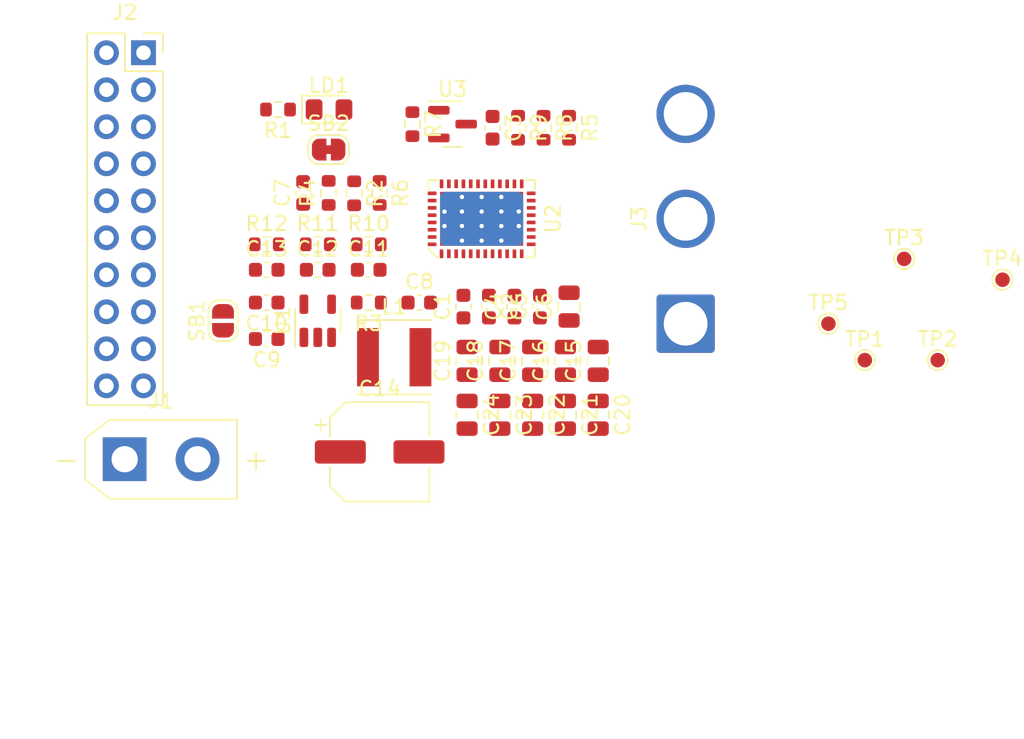
<source format=kicad_pcb>
(kicad_pcb (version 20221018) (generator pcbnew)
  (layers (0 "F.Cu" signal) (31 "B.Cu" signal) (34 "B.Paste" user) (35 "F.Paste" user) (36 "B.SilkS" user "B.Silkscreen") (37 "F.SilkS" user "F.Silkscreen") (38 "B.Mask" user) (39 "F.Mask" user) (44 "Edge.Cuts" user))
  (net 0 "")
  (net 1 "Vdrive")
  (net 2 "GND")
  (net 3 "SO_A")
  (net 4 "SO_B")
  (net 5 "SO_C")
  (net 6 "VDD")
  (net 7 "VCC")
  (net 8 "PWM_H_A")
  (net 9 "PWM_L_A")
  (net 10 "PWM_H_B")
  (net 11 "PWM_L_B")
  (net 12 "PWM_H_C")
  (net 13 "PWM_L_C")
  (net 14 "DRVOFF")
  (net 15 "~{FAULT}")
  (net 16 "SPI_MOSI")
  (net 17 "SPI_MISO")
  (net 18 "SPI_SCLK")
  (net 19 "SPI_~{CS}")
  (net 20 "/OUT_A")
  (net 21 "/OUT_B")
  (net 22 "/OUT_C")
  (net 23 "Net-(U2-CPL)")
  (net 24 "~{SLEEP}")
  (net 25 "Net-(U2-CPH)")
  (net 26 "Net-(R8-Pad2)")
  (net 27 "Net-(U2-CP)")
  (net 28 "Net-(SB2-A)")
  (net 29 "Net-(SB1-A)")
  (net 30 "Net-(U2-SW_BK)")
  (net 31 "Net-(LD1-K)")
  (net 32 "Net-(U3-K)")
  (net 33 "Net-(U2-SOA)")
  (net 34 "Net-(U2-SOB)")
  (net 35 "Net-(U2-SOC)")
  (footprint "Capacitor_SMD:C_0805_2012Metric" (layer "F.Cu") (at 156.5 125.95 -90)
    (fp_text reference "C24" (at 0 -1.68 90) (layer "F.SilkS"))
    (fp_text value "22uF/50V")
    (fp_line (start -0.261252 -0.735) (end 0.261252 -0.735) (stroke (width 0.12)) (layer "F.SilkS"))
    (fp_line (start -0.261252 0.735) (end 0.261252 0.735) (stroke (width 0.12)) (layer "F.SilkS"))
    (pad "1" smd roundrect (at -0.95 0 270) (size 1 1.45) (layers "F.Cu" "F.Paste" "F.Mask") (net 1 "Vdrive"))
    (pad "2" smd roundrect (at 0.95 0 270) (size 1 1.45) (layers "F.Cu" "F.Paste" "F.Mask") (net 2 "GND"))
  )
  (footprint "Resistor_SMD:R_0603_1608Metric" (layer "F.Cu") (at 150.5 110.725 -90)
    (fp_text reference "R6" (at 0 -1.43 90) (layer "F.SilkS"))
    (fp_text value "10k")
    (fp_line (start -0.237258 -0.5225) (end 0.237258 -0.5225) (stroke (width 0.12)) (layer "F.SilkS"))
    (fp_line (start -0.237258 0.5225) (end 0.237258 0.5225) (stroke (width 0.12)) (layer "F.SilkS"))
    (pad "1" smd roundrect (at -0.825 0 270) (size 0.8 0.95) (layers "F.Cu" "F.Paste" "F.Mask") (net 7 "VCC"))
    (pad "2" smd roundrect (at 0.825 0 270) (size 0.8 0.95) (layers "F.Cu" "F.Paste" "F.Mask") (net 17 "SPI_MISO"))
  )
  (footprint "Capacitor_SMD:C_0603_1608Metric" (layer "F.Cu") (at 158.25 106.25 -90)
    (fp_text reference "C3" (at 0 -1.43 90) (layer "F.SilkS"))
    (fp_text value "1uF/6.3V")
    (fp_line (start -0.14058 -0.51) (end 0.14058 -0.51) (stroke (width 0.12)) (layer "F.SilkS"))
    (fp_line (start -0.14058 0.51) (end 0.14058 0.51) (stroke (width 0.12)) (layer "F.SilkS"))
    (pad "1" smd roundrect (at -0.775 0 270) (size 0.9 0.95) (layers "F.Cu" "F.Paste" "F.Mask") (net 2 "GND"))
    (pad "2" smd roundrect (at 0.775 0 270) (size 0.9 0.95) (layers "F.Cu" "F.Paste" "F.Mask") (net 6 "VDD"))
  )
  (footprint "Resistor_SMD:R_0603_1608Metric" (layer "F.Cu") (at 148.75 110.75 -90)
    (fp_text reference "R2" (at 0 -1.43 90) (layer "F.SilkS"))
    (fp_text value "DNI")
    (fp_line (start -0.237258 -0.5225) (end 0.237258 -0.5225) (stroke (width 0.12)) (layer "F.SilkS"))
    (fp_line (start -0.237258 0.5225) (end 0.237258 0.5225) (stroke (width 0.12)) (layer "F.SilkS"))
    (pad "1" smd roundrect (at -0.825 0 270) (size 0.8 0.95) (layers "F.Cu" "F.Paste" "F.Mask") (net 6 "VDD"))
    (pad "2" smd roundrect (at 0.825 0 270) (size 0.8 0.95) (layers "F.Cu" "F.Paste" "F.Mask") (net 28 "Net-(SB2-A)"))
  )
  (footprint "Capacitor_SMD:C_0805_2012Metric" (layer "F.Cu") (at 165.5 122.25 90)
    (fp_text reference "C15" (at 0 -1.68 90) (layer "F.SilkS"))
    (fp_text value "22uF/50V")
    (fp_line (start -0.261252 -0.735) (end 0.261252 -0.735) (stroke (width 0.12)) (layer "F.SilkS"))
    (fp_line (start -0.261252 0.735) (end 0.261252 0.735) (stroke (width 0.12)) (layer "F.SilkS"))
    (pad "1" smd roundrect (at -0.95 0 90) (size 1 1.45) (layers "F.Cu" "F.Paste" "F.Mask") (net 1 "Vdrive"))
    (pad "2" smd roundrect (at 0.95 0 90) (size 1 1.45) (layers "F.Cu" "F.Paste" "F.Mask") (net 2 "GND"))
  )
  (footprint "Capacitor_SMD:CP_Elec_6.3x7.7" (layer "F.Cu") (at 150.5 128.5)
    (fp_text reference "C14" (at 0 -4.35) (layer "F.SilkS"))
    (fp_text value "47uF/50V")
    (fp_line (start -4.4375 -1.8475) (end -3.65 -1.8475) (stroke (width 0.12)) (layer "F.SilkS"))
    (fp_line (start -4.04375 -2.24125) (end -4.04375 -1.45375) (stroke (width 0.12)) (layer "F.SilkS"))
    (fp_line (start -3.41 -2.345563) (end -3.41 -1.06) (stroke (width 0.12)) (layer "F.SilkS"))
    (fp_line (start -3.41 -2.345563) (end -2.345563 -3.41) (stroke (width 0.12)) (layer "F.SilkS"))
    (fp_line (start -3.41 2.345563) (end -3.41 1.06) (stroke (width 0.12)) (layer "F.SilkS"))
    (fp_line (start -3.41 2.345563) (end -2.345563 3.41) (stroke (width 0.12)) (layer "F.SilkS"))
    (fp_line (start -2.345563 -3.41) (end 3.41 -3.41) (stroke (width 0.12)) (layer "F.SilkS"))
    (fp_line (start -2.345563 3.41) (end 3.41 3.41) (stroke (width 0.12)) (layer "F.SilkS"))
    (fp_line (start 3.41 -3.41) (end 3.41 -1.06) (stroke (width 0.12)) (layer "F.SilkS"))
    (fp_line (start 3.41 3.41) (end 3.41 1.06) (stroke (width 0.12)) (layer "F.SilkS"))
    (pad "1" smd roundrect (at -2.7 0) (size 3.5 1.6) (layers "F.Cu" "F.Paste" "F.Mask") (roundrect_rratio 0.15625) (net 1 "Vdrive"))
    (pad "2" smd roundrect (at 2.7 0) (size 3.5 1.6) (layers "F.Cu" "F.Paste" "F.Mask") (roundrect_rratio 0.15625) (net 2 "GND"))
  )
  (footprint "Connector_Wire:SolderWire-2.5sqmm_1x03_P7.2mm_D2.4mm_OD3.6mm" (layer "F.Cu") (at 171.5 119.7 90)
    (fp_text reference "J3" (at 7.2 -3.2 90) (layer "F.SilkS"))
    (fp_text value "Conn_01x03")
    (pad "1" thru_hole roundrect (at 0 0 90) (size 4 4) (drill 3) (layers "*.Cu" "*.Mask") (roundrect_rratio 0.0625) (net 20 "/OUT_A"))
    (pad "2" thru_hole circle (at 7.2 0 90) (size 4 4) (drill 3) (layers "*.Cu" "*.Mask") (net 21 "/OUT_B"))
    (pad "3" thru_hole circle (at 14.4 0 90) (size 4 4) (drill 3) (layers "*.Cu" "*.Mask") (net 22 "/OUT_C"))
  )
  (footprint "Capacitor_SMD:C_0603_1608Metric" (layer "F.Cu") (at 142.75 118.25 180)
    (fp_text reference "C10" (at 0 -1.43) (layer "F.SilkS"))
    (fp_text value "1uF")
    (fp_line (start -0.14058 -0.51) (end 0.14058 -0.51) (stroke (width 0.12)) (layer "F.SilkS"))
    (fp_line (start -0.14058 0.51) (end 0.14058 0.51) (stroke (width 0.12)) (layer "F.SilkS"))
    (pad "1" smd roundrect (at -0.775 0 180) (size 0.9 0.95) (layers "F.Cu" "F.Paste" "F.Mask") (net 7 "VCC"))
    (pad "2" smd roundrect (at 0.775 0 180) (size 0.9 0.95) (layers "F.Cu" "F.Paste" "F.Mask") (net 2 "GND"))
  )
  (footprint "TestPoint:TestPoint_Pad_D1.0mm" (layer "F.Cu") (at 193.25 116.68)
    (fp_text reference "TP4" (at 0 -1.448) (layer "F.SilkS"))
    (fp_text value "V_{CC}")
    (fp_circle (center 0 0) (end 0 0.7) (stroke (width 0.12)) (fill none) (layer "F.SilkS"))
    (pad "1" smd circle (at 0 0) (size 1 1) (layers "F.Cu" "F.Mask") (net 7 "VCC"))
  )
  (footprint "TestPoint:TestPoint_Pad_D1.0mm" (layer "F.Cu") (at 188.8 122.2)
    (fp_text reference "TP2" (at 0 -1.448) (layer "F.SilkS"))
    (fp_text value "V_{DR}")
    (fp_circle (center 0 0) (end 0 0.7) (stroke (width 0.12)) (fill none) (layer "F.SilkS"))
    (pad "1" smd circle (at 0 0) (size 1 1) (layers "F.Cu" "F.Mask") (net 1 "Vdrive"))
  )
  (footprint "Resistor_SMD:R_0603_1608Metric" (layer "F.Cu") (at 142.75 114.25)
    (fp_text reference "R12" (at 0 -1.43) (layer "F.SilkS"))
    (fp_text value "330R")
    (fp_line (start -0.237258 -0.5225) (end 0.237258 -0.5225) (stroke (width 0.12)) (layer "F.SilkS"))
    (fp_line (start -0.237258 0.5225) (end 0.237258 0.5225) (stroke (width 0.12)) (layer "F.SilkS"))
    (pad "1" smd roundrect (at -0.825 0) (size 0.8 0.95) (layers "F.Cu" "F.Paste" "F.Mask") (net 5 "SO_C"))
    (pad "2" smd roundrect (at 0.825 0) (size 0.8 0.95) (layers "F.Cu" "F.Paste" "F.Mask") (net 35 "Net-(U2-SOC)"))
  )
  (footprint "MountingHole:MountingHole_3.2mm_M3" (layer "F.Cu") (at 159.25 144.75)
    (fp_text reference "H1" hide)
    (fp_text value "MountingHole" hide)
    (pad "" np_thru_hole circle (at 0 0) (size 3.2 3.2) (drill 3.2) (layers "*.Cu" "*.Mask"))
  )
  (footprint "Capacitor_SMD:C_0805_2012Metric" (layer "F.Cu") (at 165.5 125.95 -90)
    (fp_text reference "C20" (at 0 -1.68 90) (layer "F.SilkS"))
    (fp_text value "22uF/50V")
    (fp_line (start -0.261252 -0.735) (end 0.261252 -0.735) (stroke (width 0.12)) (layer "F.SilkS"))
    (fp_line (start -0.261252 0.735) (end 0.261252 0.735) (stroke (width 0.12)) (layer "F.SilkS"))
    (pad "1" smd roundrect (at -0.95 0 270) (size 1 1.45) (layers "F.Cu" "F.Paste" "F.Mask") (net 1 "Vdrive"))
    (pad "2" smd roundrect (at 0.95 0 270) (size 1 1.45) (layers "F.Cu" "F.Paste" "F.Mask") (net 2 "GND"))
  )
  (footprint "Capacitor_SMD:C_0603_1608Metric" (layer "F.Cu") (at 156.25 118.525 90)
    (fp_text reference "C1" (at 0 -1.43 90) (layer "F.SilkS"))
    (fp_text value "47nF/50V")
    (fp_line (start -0.14058 -0.51) (end 0.14058 -0.51) (stroke (width 0.12)) (layer "F.SilkS"))
    (fp_line (start -0.14058 0.51) (end 0.14058 0.51) (stroke (width 0.12)) (layer "F.SilkS"))
    (pad "1" smd roundrect (at -0.775 0 90) (size 0.9 0.95) (layers "F.Cu" "F.Paste" "F.Mask") (net 23 "Net-(U2-CPL)"))
    (pad "2" smd roundrect (at 0.775 0 90) (size 0.9 0.95) (layers "F.Cu" "F.Paste" "F.Mask") (net 25 "Net-(U2-CPH)"))
  )
  (footprint "Resistor_SMD:R_0603_1608Metric" (layer "F.Cu") (at 152.75 106 -90)
    (fp_text reference "R7" (at 0 -1.43 90) (layer "F.SilkS"))
    (fp_text value "2.7k")
    (fp_line (start -0.237258 -0.5225) (end 0.237258 -0.5225) (stroke (width 0.12)) (layer "F.SilkS"))
    (fp_line (start -0.237258 0.5225) (end 0.237258 0.5225) (stroke (width 0.12)) (layer "F.SilkS"))
    (pad "1" smd roundrect (at -0.825 0 270) (size 0.8 0.95) (layers "F.Cu" "F.Paste" "F.Mask") (net 1 "Vdrive"))
    (pad "2" smd roundrect (at 0.825 0 270) (size 0.8 0.95) (layers "F.Cu" "F.Paste" "F.Mask") (net 32 "Net-(U3-K)"))
  )
  (footprint "Resistor_SMD:R_0603_1608Metric" (layer "F.Cu") (at 161.75 106.25 -90)
    (fp_text reference "R8" (at 0 -1.43 90) (layer "F.SilkS"))
    (fp_text value "10k")
    (fp_line (start -0.237258 -0.5225) (end 0.237258 -0.5225) (stroke (width 0.12)) (layer "F.SilkS"))
    (fp_line (start -0.237258 0.5225) (end 0.237258 0.5225) (stroke (width 0.12)) (layer "F.SilkS"))
    (pad "1" smd roundrect (at -0.825 0 270) (size 0.8 0.95) (layers "F.Cu" "F.Paste" "F.Mask") (net 32 "Net-(U3-K)"))
    (pad "2" smd roundrect (at 0.825 0 270) (size 0.8 0.95) (layers "F.Cu" "F.Paste" "F.Mask") (net 26 "Net-(R8-Pad2)"))
  )
  (footprint "Capacitor_SMD:C_0603_1608Metric" (layer "F.Cu") (at 153.225 118.25)
    (fp_text reference "C8" (at 0 -1.43) (layer "F.SilkS"))
    (fp_text value "22uF")
    (fp_line (start -0.14058 -0.51) (end 0.14058 -0.51) (stroke (width 0.12)) (layer "F.SilkS"))
    (fp_line (start -0.14058 0.51) (end 0.14058 0.51) (stroke (width 0.12)) (layer "F.SilkS"))
    (pad "1" smd roundrect (at -0.775 0) (size 0.9 0.95) (layers "F.Cu" "F.Paste" "F.Mask") (net 2 "GND"))
    (pad "2" smd roundrect (at 0.775 0) (size 0.9 0.95) (layers "F.Cu" "F.Paste" "F.Mask") (net 29 "Net-(SB1-A)"))
  )
  (footprint "Capacitor_SMD:C_0603_1608Metric" (layer "F.Cu") (at 142.75 116)
    (fp_text reference "C13" (at 0 -1.43) (layer "F.SilkS"))
    (fp_text value "22pF")
    (fp_line (start -0.14058 -0.51) (end 0.14058 -0.51) (stroke (width 0.12)) (layer "F.SilkS"))
    (fp_line (start -0.14058 0.51) (end 0.14058 0.51) (stroke (width 0.12)) (layer "F.SilkS"))
    (pad "1" smd roundrect (at -0.775 0) (size 0.9 0.95) (layers "F.Cu" "F.Paste" "F.Mask") (net 5 "SO_C"))
    (pad "2" smd roundrect (at 0.775 0) (size 0.9 0.95) (layers "F.Cu" "F.Paste" "F.Mask") (net 2 "GND"))
  )
  (footprint "Capacitor_SMD:C_0603_1608Metric" (layer "F.Cu") (at 149.75 116)
    (fp_text reference "C11" (at 0 -1.43) (layer "F.SilkS"))
    (fp_text value "22pF")
    (fp_line (start -0.14058 -0.51) (end 0.14058 -0.51) (stroke (width 0.12)) (layer "F.SilkS"))
    (fp_line (start -0.14058 0.51) (end 0.14058 0.51) (stroke (width 0.12)) (layer "F.SilkS"))
    (pad "1" smd roundrect (at -0.775 0) (size 0.9 0.95) (layers "F.Cu" "F.Paste" "F.Mask") (net 3 "SO_A"))
    (pad "2" smd roundrect (at 0.775 0) (size 0.9 0.95) (layers "F.Cu" "F.Paste" "F.Mask") (net 2 "GND"))
  )
  (footprint "LED_SMD:LED_0805_2012Metric_Pad1.15x1.40mm_HandSolder" (layer "F.Cu") (at 147.025 105)
    (fp_text reference "LD1" (at 0 -1.65) (layer "F.SilkS"))
    (fp_text value "LED")
    (fp_line (start -1.86 -0.96) (end -1.86 0.96) (stroke (width 0.12)) (layer "F.SilkS"))
    (fp_line (start -1.86 0.96) (end 1 0.96) (stroke (width 0.12)) (layer "F.SilkS"))
    (fp_line (start 1 -0.96) (end -1.86 -0.96) (stroke (width 0.12)) (layer "F.SilkS"))
    (pad "1" smd roundrect (at -1.025 0) (size 1.15 1.4) (layers "F.Cu" "F.Paste" "F.Mask") (roundrect_rratio 0.217391) (net 31 "Net-(LD1-K)"))
    (pad "2" smd roundrect (at 1.025 0) (size 1.15 1.4) (layers "F.Cu" "F.Paste" "F.Mask") (roundrect_rratio 0.217391) (net 7 "VCC"))
  )
  (footprint "Connector_AMASS:AMASS_XT30UPB-M_1x02_P5.0mm_Vertical" (layer "F.Cu") (at 133 129)
    (fp_text reference "J1" (at 2.5 -4) (layer "F.SilkS"))
    (fp_text value "Conn_01x02")
    (fp_text user "+" (at 9 0) (layer "F.SilkS") (effects (font (size 1.5 1.5))))
    (fp_text user "-" (at -4 0) (layer "F.SilkS") (effects (font (size 1.5 1.5))))
    (fp_line (start -2.71 -1.41) (end -2.71 1.41) (stroke (width 0.12)) (layer "F.SilkS"))
    (fp_line (start -2.71 -1.41) (end -1.01 -2.71) (stroke (width 0.12)) (layer "F.SilkS"))
    (fp_line (start -2.71 1.41) (end -1.01 2.71) (stroke (width 0.12)) (layer "F.SilkS"))
    (fp_line (start -1.01 -2.71) (end 7.71 -2.71) (stroke (width 0.12)) (layer "F.SilkS"))
    (fp_line (start -1.01 2.71) (end 7.71 2.71) (stroke (width 0.12)) (layer "F.SilkS"))
    (fp_line (start 7.71 -2.71) (end 7.71 2.71) (stroke (width 0.12)) (layer "F.SilkS"))
    (pad "1" thru_hole rect (at 0 0) (size 3 3) (drill 1.8) (layers "*.Cu" "*.Mask") (net 2 "GND"))
    (pad "2" thru_hole circle (at 5 0) (size 3 3) (drill 1.8) (layers "*.Cu" "*.Mask") (net 1 "Vdrive"))
  )
  (footprint "Resistor_SMD:R_0603_1608Metric" (layer "F.Cu") (at 149.75 114.25)
    (fp_text reference "R10" (at 0 -1.43) (layer "F.SilkS"))
    (fp_text value "330R")
    (fp_line (start -0.237258 -0.5225) (end 0.237258 -0.5225) (stroke (width 0.12)) (layer "F.SilkS"))
    (fp_line (start -0.237258 0.5225) (end 0.237258 0.5225) (stroke (width 0.12)) (layer "F.SilkS"))
    (pad "1" smd roundrect (at -0.825 0) (size 0.8 0.95) (layers "F.Cu" "F.Paste" "F.Mask") (net 3 "SO_A"))
    (pad "2" smd roundrect (at 0.825 0) (size 0.8 0.95) (layers "F.Cu" "F.Paste" "F.Mask") (net 33 "Net-(U2-SOA)"))
  )
  (footprint "Capacitor_SMD:C_0805_2012Metric" (layer "F.Cu") (at 158.75 122.25 90)
    (fp_text reference "C18" (at 0 -1.68 90) (layer "F.SilkS"))
    (fp_text value "22uF/50V")
    (fp_line (start -0.261252 -0.735) (end 0.261252 -0.735) (stroke (width 0.12)) (layer "F.SilkS"))
    (fp_line (start -0.261252 0.735) (end 0.261252 0.735) (stroke (width 0.12)) (layer "F.SilkS"))
    (pad "1" smd roundrect (at -0.95 0 90) (size 1 1.45) (layers "F.Cu" "F.Paste" "F.Mask") (net 1 "Vdrive"))
    (pad "2" smd roundrect (at 0.95 0 90) (size 1 1.45) (layers "F.Cu" "F.Paste" "F.Mask") (net 2 "GND"))
  )
  (footprint "Capacitor_SMD:C_0805_2012Metric" (layer "F.Cu") (at 161 125.95 -90)
    (fp_text reference "C22" (at 0 -1.68 90) (layer "F.SilkS"))
    (fp_text value "22uF/50V")
    (fp_line (start -0.261252 -0.735) (end 0.261252 -0.735) (stroke (width 0.12)) (layer "F.SilkS"))
    (fp_line (start -0.261252 0.735) (end 0.261252 0.735) (stroke (width 0.12)) (layer "F.SilkS"))
    (pad "1" smd roundrect (at -0.95 0 270) (size 1 1.45) (layers "F.Cu" "F.Paste" "F.Mask") (net 1 "Vdrive"))
    (pad "2" smd roundrect (at 0.95 0 270) (size 1 1.45) (layers "F.Cu" "F.Paste" "F.Mask") (net 2 "GND"))
  )
  (footprint "Connector_PinSocket_2.54mm:PinSocket_2x10_P2.54mm_Vertical" (layer "F.Cu") (at 134.29 101.1)
    (fp_text reference "J2" (at -1.27 -2.77) (layer "F.SilkS"))
    (fp_text value "Conn_02x10_Odd_Even")
    (fp_line (start -3.87 -1.33) (end -3.87 24.19) (stroke (width 0.12)) (layer "F.SilkS"))
    (fp_line (start -3.87 -1.33) (end -1.27 -1.33) (stroke (width 0.12)) (layer "F.SilkS"))
    (fp_line (start -3.87 24.19) (end 1.33 24.19) (stroke (width 0.12)) (layer "F.SilkS"))
    (fp_line (start -1.27 -1.33) (end -1.27 1.27) (stroke (width 0.12)) (layer "F.SilkS"))
    (fp_line (start -1.27 1.27) (end 1.33 1.27) (stroke (width 0.12)) (layer "F.SilkS"))
    (fp_line (start 0 -1.33) (end 1.33 -1.33) (stroke (width 0.12)) (layer "F.SilkS"))
    (fp_line (start 1.33 -1.33) (end 1.33 0) (stroke (width 0.12)) (layer "F.SilkS"))
    (fp_line (start 1.33 1.27) (end 1.33 24.19) (stroke (width 0.12)) (layer "F.SilkS"))
    (pad "1" thru_hole rect (at 0 0) (size 1.7 1.7) (drill 1) (layers "*.Cu" "*.Mask") (net 7 "VCC"))
    (pad "2" thru_hole oval (at -2.54 0) (size 1.7 1.7) (drill 1) (layers "*.Cu" "*.Mask") (net 2 "GND"))
    (pad "3" thru_hole oval (at 0 2.54) (size 1.7 1.7) (drill 1) (layers "*.Cu" "*.Mask") (net 7 "VCC"))
    (pad "4" thru_hole oval (at -2.54 2.54) (size 1.7 1.7) (drill 1) (layers "*.Cu" "*.Mask") (net 2 "GND"))
    (pad "5" thru_hole oval (at 0 5.08) (size 1.7 1.7) (drill 1) (layers "*.Cu" "*.Mask") (net 8 "PWM_H_A"))
    (pad "6" thru_hole oval (at -2.54 5.08) (size 1.7 1.7) (drill 1) (layers "*.Cu" "*.Mask") (net 9 "PWM_L_A"))
    (pad "7" thru_hole oval (at 0 7.62) (size 1.7 1.7) (drill 1) (layers "*.Cu" "*.Mask") (net 10 "PWM_H_B"))
    (pad "8" thru_hole oval (at -2.54 7.62) (size 1.7 1.7) (drill 1) (layers "*.Cu" "*.Mask") (net 11 "PWM_L_B"))
    (pad "9" thru_hole oval (at 0 10.16) (size 1.7 1.7) (drill 1) (layers "*.Cu" "*.Mask") (net 12 "PWM_H_C"))
    (pad "10" thru_hole oval (at -2.54 10.16) (size 1.7 1.7) (drill 1) (layers "*.Cu" "*.Mask") (net 13 "PWM_L_C"))
    (pad "11" thru_hole oval (at 0 12.7) (size 1.7 1.7) (drill 1) (layers "*.Cu" "*.Mask") (net 14 "DRVOFF"))
    (pad "12" thru_hole oval (at -2.54 12.7) (size 1.7 1.7) (drill 1) (layers "*.Cu" "*.Mask") (net 15 "~{FAULT}"))
    (pad "13" thru_hole oval (at 0 15.24) (size 1.7 1.7) (drill 1) (layers "*.Cu" "*.Mask") (net 16 "SPI_MOSI"))
    (pad "14" thru_hole oval (at -2.54 15.24) (size 1.7 1.7) (drill 1) (layers "*.Cu" "*.Mask") (net 6 "VDD"))
    (pad "15" thru_hole oval (at 0 17.78) (size 1.7 1.7) (drill 1) (layers "*.Cu" "*.Mask") (net 17 "SPI_MISO"))
    (pad "16" thru_hole oval (at -2.54 17.78) (size 1.7 1.7) (drill 1) (layers "*.Cu" "*.Mask") (net 3 "SO_A"))
    (pad "17" thru_hole oval (at 0 20.32) (size 1.7 1.7) (drill 1) (layers "*.Cu" "*.Mask") (net 18 "SPI_SCLK"))
    (pad "18" thru_hole oval (at -2.54 20.32) (size 1.7 1.7) (drill 1) (layers "*.Cu" "*.Mask") (net 4 "SO_B"))
    (pad "19" thru_hole oval (at 0 22.86) (size 1.7 1.7) (drill 1) (layers "*.Cu" "*.Mask") (net 19 "SPI_~{CS}"))
    (pad "20" thru_hole oval (at -2.54 22.86) (size 1.7 1.7) (drill 1) (layers "*.Cu" "*.Mask") (net 5 "SO_C"))
  )
  (footprint "Resistor_SMD:R_0603_1608Metric" (layer "F.Cu") (at 163.5 106.25 -90)
    (fp_text reference "R5" (at 0 -1.43 90) (layer "F.SilkS"))
    (fp_text value "10k")
    (fp_line (start -0.237258 -0.5225) (end 0.237258 -0.5225) (stroke (width 0.12)) (layer "F.SilkS"))
    (fp_line (start -0.237258 0.5225) (end 0.237258 0.5225) (stroke (width 0.12)) (layer "F.SilkS"))
    (pad "1" smd roundrect (at -0.825 0 270) (size 0.8 0.95) (layers "F.Cu" "F.Paste" "F.Mask") (net 7 "VCC"))
    (pad "2" smd roundrect (at 0.825 0 270) (size 0.8 0.95) (layers "F.Cu" "F.Paste" "F.Mask") (net 15 "~{FAULT}"))
  )
  (footprint "Capacitor_SMD:C_0603_1608Metric" (layer "F.Cu") (at 145.25 110.725 90)
    (fp_text reference "C7" (at 0 -1.43 90) (layer "F.SilkS"))
    (fp_text value "100nF/6.3V")
    (fp_line (start -0.14058 -0.51) (end 0.14058 -0.51) (stroke (width 0.12)) (layer "F.SilkS"))
    (fp_line (start -0.14058 0.51) (end 0.14058 0.51) (stroke (width 0.12)) (layer "F.SilkS"))
    (pad "1" smd roundrect (at -0.775 0 90) (size 0.9 0.95) (layers "F.Cu" "F.Paste" "F.Mask") (net 28 "Net-(SB2-A)"))
    (pad "2" smd roundrect (at 0.775 0 90) (size 0.9 0.95) (layers "F.Cu" "F.Paste" "F.Mask") (net 2 "GND"))
  )
  (footprint "Resistor_SMD:R_0603_1608Metric" (layer "F.Cu") (at 147 110.725 90)
    (fp_text reference "R4" (at 0 -1.43 90) (layer "F.SilkS"))
    (fp_text value "DNI")
    (fp_line (start -0.237258 -0.5225) (end 0.237258 -0.5225) (stroke (width 0.12)) (layer "F.SilkS"))
    (fp_line (start -0.237258 0.5225) (end 0.237258 0.5225) (stroke (width 0.12)) (layer "F.SilkS"))
    (pad "1" smd roundrect (at -0.825 0 90) (size 0.8 0.95) (layers "F.Cu" "F.Paste" "F.Mask") (net 28 "Net-(SB2-A)"))
    (pad "2" smd roundrect (at 0.825 0 90) (size 0.8 0.95) (layers "F.Cu" "F.Paste" "F.Mask") (net 2 "GND"))
  )
  (footprint "moco:VQFN-40_RGF_5x7mm_0.5mm_pitch_thermalpad" (layer "F.Cu") (at 157.5 112.5 90)
    (fp_text reference "U2" (at 0 4.9 90 unlocked) (layer "F.SilkS"))
    (fp_text value "DRV8316CR")
    (fp_line (start -2.65 3.65) (end -2.65 3) (stroke (width 0.12)) (layer "F.SilkS"))
    (fp_line (start -2.1 -3.6) (end -2.65 -3.05) (stroke (width 0.12)) (layer "F.SilkS"))
    (fp_line (start -2.1 -3.6) (end -2 -3.6) (stroke (width 0.12)) (layer "F.SilkS"))
    (fp_line (start -2 3.65) (end -2.65 3.65) (stroke (width 0.12)) (layer "F.SilkS"))
    (fp_line (start 2 -3.65) (end 2.65 -3.65) (stroke (width 0.12)) (layer "F.SilkS"))
    (fp_line (start 2.65 -3.65) (end 2.65 -3) (stroke (width 0.12)) (layer "F.SilkS"))
    (fp_line (start 2.65 3) (end 2.65 3.65) (stroke (width 0.12)) (layer "F.SilkS"))
    (fp_line (start 2.65 3.65) (end 2 3.65) (stroke (width 0.12)) (layer "F.SilkS"))
    (pad "1" smd roundrect locked (at -2.4 -2.75 90) (size 0.6 0.25) (layers "F.Cu" "F.Paste" "F.Mask") (roundrect_rratio 0.15))
    (pad "2" smd roundrect locked (at -2.4 -2.25 90) (size 0.6 0.25) (layers "F.Cu" "F.Paste" "F.Mask") (roundrect_rratio 0.15) (net 2 "GND"))
    (pad "3" smd roundrect locked (at -2.4 -1.75 90) (size 0.6 0.25) (layers "F.Cu" "F.Paste" "F.Mask") (roundrect_rratio 0.15) (net 29 "Net-(SB1-A)"))
    (pad "4" smd roundrect locked (at -2.4 -1.25 90) (size 0.6 0.25) (layers "F.Cu" "F.Paste" "F.Mask") (roundrect_rratio 0.15) (net 2 "GND"))
    (pad "5" smd roundrect locked (at -2.4 -0.75 90) (size 0.6 0.25) (layers "F.Cu" "F.Paste" "F.Mask") (roundrect_rratio 0.15) (net 30 "Net-(U2-SW_BK)"))
    (pad "6" smd roundrect locked (at -2.4 -0.25 90) (size 0.6 0.25) (layers "F.Cu" "F.Paste" "F.Mask") (roundrect_rratio 0.15) (net 23 "Net-(U2-CPL)"))
    (pad "7" smd roundrect locked (at -2.4 0.25 90) (size 0.6 0.25) (layers "F.Cu" "F.Paste" "F.Mask") (roundrect_rratio 0.15) (net 25 "Net-(U2-CPH)"))
    (pad "8" smd roundrect locked (at -2.4 0.75 90) (size 0.6 0.25) (layers "F.Cu" "F.Paste" "F.Mask") (roundrect_rratio 0.15) (net 27 "Net-(U2-CP)"))
    (pad "9" smd roundrect locked (at -2.4 1.25 90) (size 0.6 0.25) (layers "F.Cu" "F.Paste" "F.Mask") (roundrect_rratio 0.15) (net 1 "Vdrive"))
    (pad "10" smd roundrect locked (at -2.4 1.75 90) (size 0.6 0.25) (layers "F.Cu" "F.Paste" "F.Mask") (roundrect_rratio 0.15) (net 1 "Vdrive"))
    (pad "11" smd roundrect locked (at -2.4 2.25 90) (size 0.6 0.25) (layers "F.Cu" "F.Paste" "F.Mask") (roundrect_rratio 0.15) (net 1 "Vdrive"))
    (pad "12" smd roundrect locked (at -2.4 2.75 90) (size 0.6 0.25) (layers "F.Cu" "F.Paste" "F.Mask") (roundrect_rratio 0.15) (net 2 "GND"))
    (pad "13" smd roundrect locked (at -1.75 3.4 180) (size 0.6 0.25) (layers "F.Cu" "F.Paste" "F.Mask") (roundrect_rratio 0.15) (net 20 "/OUT_A"))
    (pad "14" smd roundrect locked (at -1.25 3.4 180) (size 0.6 0.25) (layers "F.Cu" "F.Paste" "F.Mask") (roundrect_rratio 0.15) (net 20 "/OUT_A"))
    (pad "15" smd roundrect locked (at -0.75 3.4 180) (size 0.6 0.25) (layers "F.Cu" "F.Paste" "F.Mask") (roundrect_rratio 0.15) (net 2 "GND"))
    (pad "16" smd roundrect locked (at -0.25 3.4 180) (size 0.6 0.25) (layers "F.Cu" "F.Paste" "F.Mask") (roundrect_rratio 0.15) (net 21 "/OUT_B"))
    (pad "17" smd roundrect locked (at 0.25 3.4 180) (size 0.6 0.25) (layers "F.Cu" "F.Paste" "F.Mask") (roundrect_rratio 0.15) (net 21 "/OUT_B"))
    (pad "18" smd roundrect locked (at 0.75 3.4 180) (size 0.6 0.25) (layers "F.Cu" "F.Paste" "F.Mask") (roundrect_rratio 0.15) (net 2 "GND"))
    (pad "19" smd roundrect locked (at 1.25 3.4 180) (size 0.6 0.25) (layers "F.Cu" "F.Paste" "F.Mask") (roundrect_rratio 0.15) (net 22 "/OUT_C"))
    (pad "20" smd roundrect locked (at 1.75 3.4 180) (size 0.6 0.25) (layers "F.Cu" "F.Paste" "F.Mask") (roundrect_rratio 0.15) (net 22 "/OUT_C"))
    (pad "21" smd roundrect locked (at 2.4 2.75 270) (size 0.6 0.25) (layers "F.Cu" "F.Paste" "F.Mask") (roundrect_rratio 0.15) (net 14 "DRVOFF"))
    (pad "22" smd roundrect locked (at 2.4 2.25 270) (size 0.6 0.25) (layers "F.Cu" "F.Paste" "F.Mask") (roundrect_rratio 0.15) (net 15 "~{FAULT}"))
    (pad "23" smd roundrect locked (at 2.4 1.75 270) (size 0.6 0.25) (layers "F.Cu" "F.Paste" "F.Mask") (roundrect_rratio 0.15) (net 24 "~{SLEEP}"))
    (pad "24" smd roundrect locked (at 2.4 1.25 270) (size 0.6 0.25) (layers "F.Cu" "F.Paste" "F.Mask") (roundrect_rratio 0.15))
    (pad "25" smd roundrect locked (at 2.4 0.75 270) (size 0.6 0.25) (layers "F.Cu" "F.Paste" "F.Mask") (roundrect_rratio 0.15) (net 6 "VDD"))
    (pad "26" smd roundrect locked (at 2.4 0.25 270) (size 0.6 0.25) (layers "F.Cu" "F.Paste" "F.Mask") (roundrect_rratio 0.15) (net 2 "GND"))
    (pad "27" smd roundrect locked (at 2.4 -0.25 270) (size 0.6 0.25) (layers "F.Cu" "F.Paste" "F.Mask") (roundrect_rratio 0.15) (net 8 "PWM_H_A"))
    (pad "28" smd roundrect locked (at 2.4 -0.75 270) (size 0.6 0.25) (layers "F.Cu" "F.Paste" "F.Mask") (roundrect_rratio 0.15) (net 9 "PWM_L_A"))
    (pad "29" smd roundrect locked (at 2.4 -1.25 270) (size 0.6 0.25) (layers "F.Cu" "F.Paste" "F.Mask") (roundrect_rratio 0.15) (net 10 "PWM_H_B"))
    (pad "30" smd roundrect locked (at 2.4 -1.75 270) (size 0.6 0.25) (layers "F.Cu" "F.Paste" "F.Mask") (roundrect_rratio 0.15) (net 11 "PWM_L_B"))
    (pad "31" smd roundrect locked (at 2.4 -2.25 270) (size 0.6 0.25) (layers "F.Cu" "F.Paste" "F.Mask") (roundrect_rratio 0.15) (net 12 "PWM_H_C"))
    (pad "32" smd roundrect locked (at 2.4 -2.75 270) (size 0.6 0.25) (layers "F.Cu" "F.Paste" "F.Mask") (roundrect_rratio 0.15) (net 13 "PWM_L_C"))
    (pad "33" smd roundrect locked (at 1.75 -3.4) (size 0.6 0.25) (layers "F.Cu" "F.Paste" "F.Mask") (roundrect_rratio 0.15) (net 17 "SPI_MISO"))
    (pad "34" smd roundrect locked (at 1.25 -3.4) (size 0.6 0.25) (layers "F.Cu" "F.Paste" "F.Mask") (roundrect_rratio 0.15) (net 16 "SPI_MOSI"))
    (pad "35" smd roundrect locked (at 0.75 -3.4) (size 0.6 0.25) (layers "F.Cu" "F.Paste" "F.Mask") (roundrect_rratio 0.15) (net 18 "SPI_SCLK"))
    (pad "36" smd roundrect locked (at 0.25 -3.4) (size 0.6 0.25) (layers "F.Cu" "F.Paste" "F.Mask") (roundrect_rratio 0.15) (net 19 "SPI_~{CS}"))
    (pad "37" smd roundrect locked (at -0.25 -3.4) (size 0.6 0.25) (layers "F.Cu" "F.Paste" "F.Mask") (roundrect_rratio 0.15) (net 28 "Net-(SB2-A)"))
    (pad "38" smd roundrect locked (at -0.75 -3.4) (size 0.6 0.25) (layers "F.Cu" "F.Paste" "F.Mask") (roundrect_rratio 0.15) (net 35 "Net-(U2-SOC)"))
    (pad "39" smd roundrect locked (at -1.25 -3.4) (size 0.6 0.25) (layers "F.Cu" "F.Paste" "F.Mask") (roundrect_rratio 0.15) (net 34 "Net-(U2-SOB)"))
    (pad "40" smd roundrect locked (at -1.75 -3.4) (size 0.6 0.25) (layers "F.Cu" "F.Paste" "F.Mask") (roundrect_rratio 0.15) (net 33 "Net-(U2-SOA)"))
    (pad "41" thru_hole circle locked (at -1.5 -1.35) (size 0.56 0.56) (drill 0.3) (layers "*.Cu" "*.Mask") (net 2 "GND"))
    (pad "41" thru_hole circle locked (at -1.5 0) (size 0.56 0.56) (drill 0.3) (layers "*.Cu" "*.Mask") (net 2 "GND"))
    (pad "41" thru_hole circle locked (at -1.5 1.35) (size 0.56 0.56) (drill 0.3) (layers "*.Cu" "*.Mask") (net 2 "GND"))
    (pad "41" thru_hole circle locked (at -0.5 -2.55) (size 0.56 0.56) (drill 0.3) (layers "*.Cu" "*.Mask") (net 2 "GND"))
    (pad "41" thru_hole circle locked (at -0.5 0) (size 0.56 0.56) (drill 0.3) (layers "*.Cu" "*.Mask") (net 2 "GND"))
    (pad "41" thru_hole circle locked (at -0.5 1.35) (size 0.56 0.56) (drill 0.3) (layers "*.Cu" "*.Mask") (net 2 "GND"))
    (pad "41" thru_hole circle locked (at -0.5 2.55) (size 0.56 0.56) (drill 0.3) (layers "*.Cu" "*.Mask") (net 2 "GND"))
    (pad "41" thru_hole circle locked (at -0.49221 -1.35) (size 0.56 0.56) (drill 0.3) (layers "*.Cu" "*.Mask") (net 2 "GND"))
    (pad "41" smd trapezoid locked (at 0 0 180) (size 5.7 3.7) (layers "F.Cu" "F.Mask") (net 2 "GND"))
    (pad "41" smd roundrect locked (at 0 0) (size 5.7 3.7) (layers "B.Cu" "B.Mask") (roundrect_rratio 0.1) (net 2 "GND"))
    (pad "41" thru_hole circle locked (at 0.492258 -2.55) (size 0.56 0.56) (drill 0.3) (layers "*.Cu" "*.Mask") (net 2 "GND"))
    (pad "41" thru_hole circle locked (at 0.5 -1.35) (size 0.56 0.56) (drill 0.3) (layers "*.Cu" "*.Mask") (net 2 "GND"))
    (pad "41" thru_hole circle locked (at 0.5 0) (size 0.56 0.56) (drill 0.3) (layers "*.Cu" "*.Mask") (net 2 "GND"))
    (pad "41" thru_hole circle locked (at 0.5 1.35) (size 0.56 0.56) (drill 0.3) (layers "*.Cu" "*.Mask") (net 2 "GND"))
    (pad "41" thru_hole circle locked (at 0.5 2.55) (size 0.56 0.56) (drill 0.3) (layers "*.Cu" "*.Mask") (net 2 "GND"))
    (pad "41" thru_hole circle locked (at 1.5 -1.35) (size 0.56 0.56) (drill 0.3) (layers "*.Cu" "*.Mask") (net 2 "GND"))
    (pad "41" thru_hole circle locked (at 1.5 0) (size 0.56 0.56) (drill 0.3) (layers "*.Cu" "*.Mask") (net 2 "GND"))
    (pad "41" thru_hole circle locked (at 1.5 1.35) (size 0.56 0.56) (drill 0.3) (layers "*.Cu" "*.Mask") (net 2 "GND"))
  )
  (footprint "Capacitor_SMD:C_0603_1608Metric" (layer "F.Cu") (at 142.75 120.75 180)
    (fp_text reference "C9" (at 0 -1.43) (layer "F.SilkS"))
    (fp_text value "1uF")
    (fp_line (start -0.14058 -0.51) (end 0.14058 -0.51) (stroke (width 0.12)) (layer "F.SilkS"))
    (fp_line (start -0.14058 0.51) (end 0.14058 0.51) (stroke (width 0.12)) (layer "F.SilkS"))
    (pad "1" smd roundrect (at -0.775 0 180) (size 0.9 0.95) (layers "F.Cu" "F.Paste" "F.Mask") (net 29 "Net-(SB1-A)"))
    (pad "2" smd roundrect (at 0.775 0 180) (size 0.9 0.95) (layers "F.Cu" "F.Paste" "F.Mask") (net 2 "GND"))
  )
  (footprint "MountingHole:MountingHole_3.2mm_M3" (layer "F.Cu") (at 159.25 136.8)
    (fp_text reference "H4" hide)
    (fp_text value "MountingHole" hide)
    (pad "" np_thru_hole circle (at 0 0) (size 3.2 3.2) (drill 3.2) (layers "*.Cu" "*.Mask"))
  )
  (footprint "TestPoint:TestPoint_Pad_D1.0mm" (layer "F.Cu") (at 183.8 122.2)
    (fp_text reference "TP1" (at 0 -1.448) (layer "F.SilkS"))
    (fp_text value "V_{DD}")
    (fp_circle (center 0 0) (end 0 0.7) (stroke (width 0.12)) (fill none) (layer "F.SilkS"))
    (pad "1" smd circle (at 0 0) (size 1 1) (layers "F.Cu" "F.Mask") (net 6 "VDD"))
  )
  (footprint "Package_TO_SOT_SMD:SOT-23" (layer "F.Cu") (at 155.5 106)
    (fp_text reference "U3" (at 0 -2.4) (layer "F.SilkS"))
    (fp_text value "LM4040D33FTA")
    (fp_line (start 0 -1.56) (end -1.675 -1.56) (stroke (width 0.12)) (layer "F.SilkS"))
    (fp_line (start 0 -1.56) (end 0.65 -1.56) (stroke (width 0.12)) (layer "F.SilkS"))
    (fp_line (start 0 1.56) (end -0.65 1.56) (stroke (width 0.12)) (layer "F.SilkS"))
    (fp_line (start 0 1.56) (end 0.65 1.56) (stroke (width 0.12)) (layer "F.SilkS"))
    (pad "1" smd roundrect (at -0.9375 -0.95) (size 1.475 0.6) (layers "F.Cu" "F.Paste" "F.Mask") (net 32 "Net-(U3-K)"))
    (pad "2" smd roundrect (at -0.9375 0.95) (size 1.475 0.6) (layers "F.Cu" "F.Paste" "F.Mask") (net 2 "GND"))
    (pad "3" smd roundrect (at 0.9375 0) (size 1.475 0.6) (layers "F.Cu" "F.Paste" "F.Mask"))
  )
  (footprint "Capacitor_SMD:C_0603_1608Metric" (layer "F.Cu") (at 159.75 118.525 90)
    (fp_text reference "C4" (at 0 -1.43 90) (layer "F.SilkS"))
    (fp_text value "100nF/50V")
    (fp_line (start -0.14058 -0.51) (end 0.14058 -0.51) (stroke (width 0.12)) (layer "F.SilkS"))
    (fp_line (start -0.14058 0.51) (end 0.14058 0.51) (stroke (width 0.12)) (layer "F.SilkS"))
    (pad "1" smd roundrect (at -0.775 0 90) (size 0.9 0.95) (layers "F.Cu" "F.Paste" "F.Mask") (net 2 "GND"))
    (pad "2" smd roundrect (at 0.775 0 90) (size 0.9 0.95) (layers "F.Cu" "F.Paste" "F.Mask") (net 1 "Vdrive"))
  )
  (footprint "Jumper:SolderJumper-2_P1.3mm_Open_RoundedPad1.0x1.5mm" (layer "F.Cu") (at 139.75 119.5 90)
    (fp_text reference "SB1" (at 0 -1.8 90) (layer "F.SilkS"))
    (fp_text value "SolderJumper_2_Open")
    (fp_line (start -1.4 0.3) (end -1.4 -0.3) (stroke (width 0.12)) (layer "F.SilkS"))
    (fp_line (start -0.7 -1) (end 0.7 -1) (stroke (width 0.12)) (layer "F.SilkS"))
    (fp_line (start 0.7 1) (end -0.7 1) (stroke (width 0.12)) (layer "F.SilkS"))
    (fp_line (start 1.4 -0.3) (end 1.4 0.3) (stroke (width 0.12)) (layer "F.SilkS"))
    (fp_arc (start -1.4 -0.3) (mid -1.194975 -0.794975) (end -0.7 -1) (stroke (width 0.12)) (layer "F.SilkS"))
    (fp_arc (start -0.7 1) (mid -1.194975 0.794975) (end -1.4 0.3) (stroke (width 0.12)) (layer "F.SilkS"))
    (fp_arc (start 0.7 -1) (mid 1.194975 -0.794975) (end 1.4 -0.3) (stroke (width 0.12)) (layer "F.SilkS"))
    (fp_arc (start 1.4 0.3) (mid 1.194975 0.794975) (end 0.7 1) (stroke (width 0.12)) (layer "F.SilkS"))
    (pad "1" smd custom (at -0.65 0 90) (size 1 0.5) (layers "F.Cu" "F.Mask") (net 29 "Net-(SB1-A)") (options (clearance outline) (anchor rect)) (primitives (gr_circle (center 0 0.25) (end 0.5 0.25) (width 0) (fill yes)) (gr_circle (center 0 -0.25) (end 0.5 -0.25) (width 0) (fill yes)) (gr_poly (pts (xy 0.5 0.75) (xy 0 0.75) (xy 0 -0.75) (xy 0.5 -0.75)) (width 0) (fill yes))))
    (pad "2" smd custom (at 0.65 0 90) (size 1 0.5) (layers "F.Cu" "F.Mask") (net 7 "VCC") (options (clearance outline) (anchor rect)) (primitives (gr_circle (center 0 0.25) (end 0.5 0.25) (width 0) (fill yes)) (gr_circle (center 0 -0.25) (end 0.5 -0.25) (width 0) (fill yes)) (gr_poly (pts (xy 0 0.75) (xy -0.5 0.75) (xy -0.5 -0.75) (xy 0 -0.75)) (width 0) (fill yes))))
  )
  (footprint "Capacitor_SMD:C_0603_1608Metric" (layer "F.Cu") (at 161.5 118.525 90)
    (fp_text reference "C5" (at 0 -1.43 90) (layer "F.SilkS"))
    (fp_text value "100nF/50V")
    (fp_line (start -0.14058 -0.51) (end 0.14058 -0.51) (stroke (width 0.12)) (layer "F.SilkS"))
    (fp_line (start -0.14058 0.51) (end 0.14058 0.51) (stroke (width 0.12)) (layer "F.SilkS"))
    (pad "1" smd roundrect (at -0.775 0 90) (size 0.9 0.95) (layers "F.Cu" "F.Paste" "F.Mask") (net 2 "GND"))
    (pad "2" smd roundrect (at 0.775 0 90) (size 0.9 0.95) (layers "F.Cu" "F.Paste" "F.Mask") (net 1 "Vdrive"))
  )
  (footprint "MountingHole:MountingHole_3.2mm_M3" (layer "F.Cu") (at 167.2 144.75)
    (fp_text reference "H2" hide)
    (fp_text value "MountingHole" hide)
    (pad "" np_thru_hole circle (at 0 0) (size 3.2 3.2) (drill 3.2) (layers "*.Cu" "*.Mask"))
  )
  (footprint "Resistor_SMD:R_0603_1608Metric" (layer "F.Cu") (at 143.525 105 180)
    (fp_text reference "R1" (at 0 -1.43) (layer "F.SilkS"))
    (fp_text value "1.5k")
    (fp_line (start -0.237258 -0.5225) (end 0.237258 -0.5225) (stroke (width 0.12)) (layer "F.SilkS"))
    (fp_line (start -0.237258 0.5225) (end 0.237258 0.5225) (stroke (width 0.12)) (layer "F.SilkS"))
    (pad "1" smd roundrect (at -0.825 0 180) (size 0.8 0.95) (layers "F.Cu" "F.Paste" "F.Mask") (net 31 "Net-(LD1-K)"))
    (pad "2" smd roundrect (at 0.825 0 180) (size 0.8 0.95) (layers "F.Cu" "F.Paste" "F.Mask") (net 2 "GND"))
  )
  (footprint "Jumper:SolderJumper-2_P1.3mm_Bridged_RoundedPad1.0x1.5mm" (layer "F.Cu") (at 147 107.75)
    (fp_text reference "SB2" (at 0 -1.8) (layer "F.SilkS"))
    (fp_text value "SolderJumper_2_Bridged")
    (fp_poly (pts (xy 0.25 -0.3) (xy -0.25 -0.3) (xy -0.25 0.3) (xy 0.25 0.3)) (fill solid) (layer "F.Cu"))
    (fp_line (start -1.4 0.3) (end -1.4 -0.3) (stroke (width 0.12)) (layer "F.SilkS"))
    (fp_line (start -0.7 -1) (end 0.7 -1) (stroke (width 0.12)) (layer "F.SilkS"))
    (fp_line (start 0.7 1) (end -0.7 1) (stroke (width 0.12)) (layer "F.SilkS"))
    (fp_line (start 1.4 -0.3) (end 1.4 0.3) (stroke (width 0.12)) (layer "F.SilkS"))
    (fp_arc (start -1.4 -0.3) (mid -1.194975 -0.794975) (end -0.7 -1) (stroke (width 0.12)) (layer "F.SilkS"))
    (fp_arc (start -0.7 1) (mid -1.194975 0.794975) (end -1.4 0.3) (stroke (width 0.12)) (layer "F.SilkS"))
    (fp_arc (start 0.7 -1) (mid 1.194975 -0.794975) (end 1.4 -0.3) (stroke (width 0.12)) (layer "F.SilkS"))
    (fp_arc (start 1.4 0.3) (mid 1.194975 0.794975) (end 0.7 1) (stroke (width 0.12)) (layer "F.SilkS"))
    (pad "1" smd custom (at -0.65 0) (size 1 0.5) (layers "F.Cu" "F.Mask") (net 28 "Net-(SB2-A)") (options (clearance outline) (anchor rect)) (primitives (gr_circle (center 0 0.25) (end 0.5 0.25) (width 0) (fill yes)) (gr_circle (center 0 -0.25) (end 0.5 -0.25) (width 0) (fill yes)) (gr_poly (pts (xy 0.5 0.75) (xy 0 0.75) (xy 0 -0.75) (xy 0.5 -0.75)) (width 0) (fill yes))))
    (pad "2" smd custom (at 0.65 0) (size 1 0.5) (layers "F.Cu" "F.Mask") (net 6 "VDD") (options (clearance outline) (anchor rect)) (primitives (gr_circle (center 0 0.25) (end 0.5 0.25) (width 0) (fill yes)) (gr_circle (center 0 -0.25) (end 0.5 -0.25) (width 0) (fill yes)) (gr_poly (pts (xy 0 0.75) (xy -0.5 0.75) (xy -0.5 -0.75) (xy 0 -0.75)) (width 0) (fill yes))))
  )
  (footprint "Capacitor_SMD:C_0805_2012Metric" (layer "F.Cu") (at 161 122.25 90)
    (fp_text reference "C17" (at 0 -1.68 90) (layer "F.SilkS"))
    (fp_text value "22uF/50V")
    (fp_line (start -0.261252 -0.735) (end 0.261252 -0.735) (stroke (width 0.12)) (layer "F.SilkS"))
    (fp_line (start -0.261252 0.735) (end 0.261252 0.735) (stroke (width 0.12)) (layer "F.SilkS"))
    (pad "1" smd roundrect (at -0.95 0 90) (size 1 1.45) (layers "F.Cu" "F.Paste" "F.Mask") (net 1 "Vdrive"))
    (pad "2" smd roundrect (at 0.95 0 90) (size 1 1.45) (layers "F.Cu" "F.Paste" "F.Mask") (net 2 "GND"))
  )
  (footprint "Package_TO_SOT_SMD:SOT-23-5" (layer "F.Cu") (at 146.25 119.5 90)
    (fp_text reference "U1" (at 0 -2.4 90) (layer "F.SilkS"))
    (fp_text value "RT9013-33GB")
    (fp_line (start 0 -1.56) (end -1.8 -1.56) (stroke (width 0.12)) (layer "F.SilkS"))
    (fp_line (start 0 -1.56) (end 0.8 -1.56) (stroke (width 0.12)) (layer "F.SilkS"))
    (fp_line (start 0 1.56) (end -0.8 1.56) (stroke (width 0.12)) (layer "F.SilkS"))
    (fp_line (start 0 1.56) (end 0.8 1.56) (stroke (width 0.12)) (layer "F.SilkS"))
    (pad "1" smd roundrect (at -1.1375 -0.95 90) (size 1.325 0.6) (layers "F.Cu" "F.Paste" "F.Mask") (net 29 "Net-(SB1-A)"))
    (pad "2" smd roundrect (at -1.1375 0 90) (size 1.325 0.6) (layers "F.Cu" "F.Paste" "F.Mask") (net 2 "GND"))
    (pad "3" smd roundrect (at -1.1375 0.95 90) (size 1.325 0.6) (layers "F.Cu" "F.Paste" "F.Mask") (net 29 "Net-(SB1-A)"))
    (pad "4" smd roundrect (at 1.1375 0.95 90) (size 1.325 0.6) (layers "F.Cu" "F.Paste" "F.Mask"))
    (pad "5" smd roundrect (at 1.1375 -0.95 90) (size 1.325 0.6) (layers "F.Cu" "F.Paste" "F.Mask") (net 7 "VCC"))
  )
  (footprint "Resistor_SMD:R_0603_1608Metric" (layer "F.Cu") (at 160 106.25 -90)
    (fp_text reference "R9" (at 0 -1.43 90) (layer "F.SilkS"))
    (fp_text value "2.7k")
    (fp_line (start -0.237258 -0.5225) (end 0.237258 -0.5225) (stroke (width 0.12)) (layer "F.SilkS"))
    (fp_line (start -0.237258 0.5225) (end 0.237258 0.5225) (stroke (width 0.12)) (layer "F.SilkS"))
    (pad "1" smd roundrect (at -0.825 0 270) (size 0.8 0.95) (layers "F.Cu" "F.Paste" "F.Mask") (net 26 "Net-(R8-Pad2)"))
    (pad "2" smd roundrect (at 0.825 0 270) (size 0.8 0.95) (layers "F.Cu" "F.Paste" "F.Mask") (net 24 "~{SLEEP}"))
  )
  (footprint "Capacitor_SMD:C_0603_1608Metric" (layer "F.Cu") (at 146.25 116)
    (fp_text reference "C12" (at 0 -1.43) (layer "F.SilkS"))
    (fp_text value "22pF")
    (fp_line (start -0.14058 -0.51) (end 0.14058 -0.51) (stroke (width 0.12)) (layer "F.SilkS"))
    (fp_line (start -0.14058 0.51) (end 0.14058 0.51) (stroke (width 0.12)) (layer "F.SilkS"))
    (pad "1" smd roundrect (at -0.775 0) (size 0.9 0.95) (layers "F.Cu" "F.Paste" "F.Mask") (net 4 "SO_B"))
    (pad "2" smd roundrect (at 0.775 0) (size 0.9 0.95) (layers "F.Cu" "F.Paste" "F.Mask") (net 2 "GND"))
  )
  (footprint "Capacitor_SMD:C_0805_2012Metric" (layer "F.Cu") (at 163.25 125.95 -90)
    (fp_text reference "C21" (at 0 -1.68 90) (layer "F.SilkS"))
    (fp_text value "22uF/50V")
    (fp_line (start -0.261252 -0.735) (end 0.261252 -0.735) (stroke (width 0.12)) (layer "F.SilkS"))
    (fp_line (start -0.261252 0.735) (end 0.261252 0.735) (stroke (width 0.12)) (layer "F.SilkS"))
    (pad "1" smd roundrect (at -0.95 0 270) (size 1 1.45) (layers "F.Cu" "F.Paste" "F.Mask") (net 1 "Vdrive"))
    (pad "2" smd roundrect (at 0.95 0 270) (size 1 1.45) (layers "F.Cu" "F.Paste" "F.Mask") (net 2 "GND"))
  )
  (footprint "Inductor_SMD:L_Taiyo-Yuden_NR-50xx" (layer "F.Cu") (at 151.5 122)
    (fp_text reference "L1" (at 0 -3.45) (layer "F.SilkS"))
    (fp_text value "47uH")
    (fp_line (start -2.55 -2.55) (end 2.55 -2.55) (stroke (width 0.12)) (layer "F.SilkS"))
    (fp_line (start -2.55 2.55) (end 2.55 2.55) (stroke (width 0.12)) (layer "F.SilkS"))
    (pad "1" smd rect (at -1.8 0) (size 1.5 4) (layers "F.Cu" "F.Paste" "F.Mask") (net 30 "Net-(U2-SW_BK)"))
    (pad "2" smd rect (at 1.8 0) (size 1.5 4) (layers "F.Cu" "F.Paste" "F.Mask") (net 29 "Net-(SB1-A)"))
  )
  (footprint "TestPoint:TestPoint_Pad_D1.0mm" (layer "F.Cu") (at 181.3 119.7)
    (fp_text reference "TP5" (at 0 -1.448) (layer "F.SilkS"))
    (fp_text value "V_{SLEEP}")
    (fp_circle (center 0 0) (end 0 0.7) (stroke (width 0.12)) (fill none) (layer "F.SilkS"))
    (pad "1" smd circle (at 0 0) (size 1 1) (layers "F.Cu" "F.Mask") (net 24 "~{SLEEP}"))
  )
  (footprint "Resistor_SMD:R_0603_1608Metric" (layer "F.Cu") (at 149.75 118.25 180)
    (fp_text reference "R3" (at 0 -1.43) (layer "F.SilkS"))
    (fp_text value "22R")
    (fp_line (start -0.237258 -0.5225) (end 0.237258 -0.5225) (stroke (width 0.12)) (layer "F.SilkS"))
    (fp_line (start -0.237258 0.5225) (end 0.237258 0.5225) (stroke (width 0.12)) (layer "F.SilkS"))
    (pad "1" smd roundrect (at -0.825 0 180) (size 0.8 0.95) (layers "F.Cu" "F.Paste" "F.Mask") (net 30 "Net-(U2-SW_BK)"))
    (pad "2" smd roundrect (at 0.825 0 180) (size 0.8 0.95) (layers "F.Cu" "F.Paste" "F.Mask") (net 29 "Net-(SB1-A)"))
  )
  (footprint "Capacitor_SMD:C_0603_1608Metric" (layer "F.Cu") (at 158 118.525 -90)
    (fp_text reference "C2" (at 0 -1.43 90) (layer "F.SilkS"))
    (fp_text value "1uF/16V")
    (fp_line (start -0.14058 -0.51) (end 0.14058 -0.51) (stroke (width 0.12)) (layer "F.SilkS"))
    (fp_line (start -0.14058 0.51) (end 0.14058 0.51) (stroke (width 0.12)) (layer "F.SilkS"))
    (pad "1" smd roundrect (at -0.775 0 270) (size 0.9 0.95) (layers "F.Cu" "F.Paste" "F.Mask") (net 27 "Net-(U2-CP)"))
    (pad "2" smd roundrect (at 0.775 0 270) (size 0.9 0.95) (layers "F.Cu" "F.Paste" "F.Mask") (net 1 "Vdrive"))
  )
  (footprint "TestPoint:TestPoint_Pad_D1.0mm" (layer "F.Cu") (at 186.5 115.25)
    (fp_text reference "TP3" (at 0 -1.448) (layer "F.SilkS"))
    (fp_text value "V_{BK}")
    (fp_circle (center 0 0) (end 0 0.7) (stroke (width 0.12)) (fill none) (layer "F.SilkS"))
    (pad "1" smd circle (at 0 0) (size 1 1) (layers "F.Cu" "F.Mask") (net 29 "Net-(SB1-A)"))
  )
  (footprint "Capacitor_SMD:C_0805_2012Metric" (layer "F.Cu") (at 163.25 122.25 90)
    (fp_text reference "C16" (at 0 -1.68 90) (layer "F.SilkS"))
    (fp_text value "22uF/50V")
    (fp_line (start -0.261252 -0.735) (end 0.261252 -0.735) (stroke (width 0.12)) (layer "F.SilkS"))
    (fp_line (start -0.261252 0.735) (end 0.261252 0.735) (stroke (width 0.12)) (layer "F.SilkS"))
    (pad "1" smd roundrect (at -0.95 0 90) (size 1 1.45) (layers "F.Cu" "F.Paste" "F.Mask") (net 1 "Vdrive"))
    (pad "2" smd roundrect (at 0.95 0 90) (size 1 1.45) (layers "F.Cu" "F.Paste" "F.Mask") (net 2 "GND"))
  )
  (footprint "Capacitor_SMD:C_0805_2012Metric" (layer "F.Cu") (at 163.5 118.525 90)
    (fp_text reference "C6" (at 0 -1.68 90) (layer "F.SilkS"))
    (fp_text value "10uF/50V")
    (fp_line (start -0.261252 -0.735) (end 0.261252 -0.735) (stroke (width 0.12)) (layer "F.SilkS"))
    (fp_line (start -0.261252 0.735) (end 0.261252 0.735) (stroke (width 0.12)) (layer "F.SilkS"))
    (pad "1" smd roundrect (at -0.95 0 90) (size 1 1.45) (layers "F.Cu" "F.Paste" "F.Mask") (net 2 "GND"))
    (pad "2" smd roundrect (at 0.95 0 90) (size 1 1.45) (layers "F.Cu" "F.Paste" "F.Mask") (net 1 "Vdrive"))
  )
  (footprint "Resistor_SMD:R_0603_1608Metric" (layer "F.Cu") (at 146.25 114.25)
    (fp_text reference "R11" (at 0 -1.43) (layer "F.SilkS"))
    (fp_text value "330R")
    (fp_line (start -0.237258 -0.5225) (end 0.237258 -0.5225) (stroke (width 0.12)) (layer "F.SilkS"))
    (fp_line (start -0.237258 0.5225) (end 0.237258 0.5225) (stroke (width 0.12)) (layer "F.SilkS"))
    (pad "1" smd roundrect (at -0.825 0) (size 0.8 0.95) (layers "F.Cu" "F.Paste" "F.Mask") (net 4 "SO_B"))
    (pad "2" smd roundrect (at 0.825 0) (size 0.8 0.95) (layers "F.Cu" "F.Paste" "F.Mask") (net 34 "Net-(U2-SOB)"))
  )
  (footprint "MountingHole:MountingHole_3.2mm_M3" (layer "F.Cu") (at 167.2 136.8)
    (fp_text reference "H3" hide)
    (fp_text value "MountingHole" hide)
    (pad "" np_thru_hole circle (at 0 0) (size 3.2 3.2) (drill 3.2) (layers "*.Cu" "*.Mask"))
  )
  (footprint "Capacitor_SMD:C_0805_2012Metric" (layer "F.Cu") (at 156.5 122.25 90)
    (fp_text reference "C19" (at 0 -1.68 90) (layer "F.SilkS"))
    (fp_text value "22uF/50V")
    (fp_line (start -0.261252 -0.735) (end 0.261252 -0.735) (stroke (width 0.12)) (layer "F.SilkS"))
    (fp_line (start -0.261252 0.735) (end 0.261252 0.735) (stroke (width 0.12)) (layer "F.SilkS"))
    (pad "1" smd roundrect (at -0.95 0 90) (size 1 1.45) (layers "F.Cu" "F.Paste" "F.Mask") (net 1 "Vdrive"))
    (pad "2" smd roundrect (at 0.95 0 90) (size 1 1.45) (layers "F.Cu" "F.Paste" "F.Mask") (net 2 "GND"))
  )
  (footprint "Capacitor_SMD:C_0805_2012Metric" (layer "F.Cu") (at 158.75 125.95 -90)
    (fp_text reference "C23" (at 0 -1.68 90) (layer "F.SilkS"))
    (fp_text value "22uF/50V")
    (fp_line (start -0.261252 -0.735) (end 0.261252 -0.735) (stroke (width 0.12)) (layer "F.SilkS"))
    (fp_line (start -0.261252 0.735) (end 0.261252 0.735) (stroke (width 0.12)) (layer "F.SilkS"))
    (pad "1" smd roundrect (at -0.95 0 270) (size 1 1.45) (layers "F.Cu" "F.Paste" "F.Mask") (net 1 "Vdrive"))
    (pad "2" smd roundrect (at 0.95 0 270) (size 1 1.45) (layers "F.Cu" "F.Paste" "F.Mask") (net 2 "GND"))
  )
)
</source>
